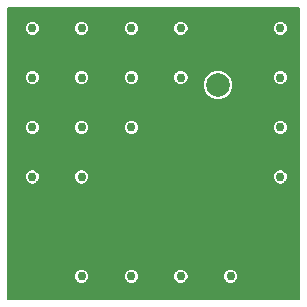
<source format=gbr>
G04 #@! TF.FileFunction,Copper,L2,Bot,Signal*
%FSLAX46Y46*%
G04 Gerber Fmt 4.6, Leading zero omitted, Abs format (unit mm)*
G04 Created by KiCad (PCBNEW 4.0.7) date 11/03/17 21:56:08*
%MOMM*%
%LPD*%
G01*
G04 APERTURE LIST*
%ADD10C,0.100000*%
%ADD11C,0.762000*%
%ADD12C,2.000000*%
%ADD13C,0.175000*%
G04 APERTURE END LIST*
D10*
D11*
X143800000Y-123108000D03*
X139600000Y-123108000D03*
X135400000Y-123108000D03*
X131200000Y-123108000D03*
X148000000Y-114708000D03*
X131200000Y-114708000D03*
X127000000Y-114708000D03*
X148000000Y-110508000D03*
X135400000Y-110508000D03*
X131200000Y-110508000D03*
X127000000Y-110508000D03*
X148000000Y-106308000D03*
X139600000Y-106308000D03*
X135400000Y-106308000D03*
X131200000Y-106308000D03*
X127000000Y-106308000D03*
X148000000Y-102108000D03*
X139600000Y-102108000D03*
X135400000Y-102108000D03*
X131200000Y-102108000D03*
D12*
X142748000Y-106934000D03*
X142748000Y-103124000D03*
D11*
X127000000Y-102108000D03*
D13*
G36*
X149610500Y-125010500D02*
X124989500Y-125010500D01*
X124989500Y-123235439D01*
X130556388Y-123235439D01*
X130654149Y-123472037D01*
X130835011Y-123653215D01*
X131071438Y-123751388D01*
X131327439Y-123751612D01*
X131564037Y-123653851D01*
X131745215Y-123472989D01*
X131843388Y-123236562D01*
X131843388Y-123235439D01*
X134756388Y-123235439D01*
X134854149Y-123472037D01*
X135035011Y-123653215D01*
X135271438Y-123751388D01*
X135527439Y-123751612D01*
X135764037Y-123653851D01*
X135945215Y-123472989D01*
X136043388Y-123236562D01*
X136043388Y-123235439D01*
X138956388Y-123235439D01*
X139054149Y-123472037D01*
X139235011Y-123653215D01*
X139471438Y-123751388D01*
X139727439Y-123751612D01*
X139964037Y-123653851D01*
X140145215Y-123472989D01*
X140243388Y-123236562D01*
X140243388Y-123235439D01*
X143156388Y-123235439D01*
X143254149Y-123472037D01*
X143435011Y-123653215D01*
X143671438Y-123751388D01*
X143927439Y-123751612D01*
X144164037Y-123653851D01*
X144345215Y-123472989D01*
X144443388Y-123236562D01*
X144443612Y-122980561D01*
X144345851Y-122743963D01*
X144164989Y-122562785D01*
X143928562Y-122464612D01*
X143672561Y-122464388D01*
X143435963Y-122562149D01*
X143254785Y-122743011D01*
X143156612Y-122979438D01*
X143156388Y-123235439D01*
X140243388Y-123235439D01*
X140243612Y-122980561D01*
X140145851Y-122743963D01*
X139964989Y-122562785D01*
X139728562Y-122464612D01*
X139472561Y-122464388D01*
X139235963Y-122562149D01*
X139054785Y-122743011D01*
X138956612Y-122979438D01*
X138956388Y-123235439D01*
X136043388Y-123235439D01*
X136043612Y-122980561D01*
X135945851Y-122743963D01*
X135764989Y-122562785D01*
X135528562Y-122464612D01*
X135272561Y-122464388D01*
X135035963Y-122562149D01*
X134854785Y-122743011D01*
X134756612Y-122979438D01*
X134756388Y-123235439D01*
X131843388Y-123235439D01*
X131843612Y-122980561D01*
X131745851Y-122743963D01*
X131564989Y-122562785D01*
X131328562Y-122464612D01*
X131072561Y-122464388D01*
X130835963Y-122562149D01*
X130654785Y-122743011D01*
X130556612Y-122979438D01*
X130556388Y-123235439D01*
X124989500Y-123235439D01*
X124989500Y-114835439D01*
X126356388Y-114835439D01*
X126454149Y-115072037D01*
X126635011Y-115253215D01*
X126871438Y-115351388D01*
X127127439Y-115351612D01*
X127364037Y-115253851D01*
X127545215Y-115072989D01*
X127643388Y-114836562D01*
X127643388Y-114835439D01*
X130556388Y-114835439D01*
X130654149Y-115072037D01*
X130835011Y-115253215D01*
X131071438Y-115351388D01*
X131327439Y-115351612D01*
X131564037Y-115253851D01*
X131745215Y-115072989D01*
X131843388Y-114836562D01*
X131843388Y-114835439D01*
X147356388Y-114835439D01*
X147454149Y-115072037D01*
X147635011Y-115253215D01*
X147871438Y-115351388D01*
X148127439Y-115351612D01*
X148364037Y-115253851D01*
X148545215Y-115072989D01*
X148643388Y-114836562D01*
X148643612Y-114580561D01*
X148545851Y-114343963D01*
X148364989Y-114162785D01*
X148128562Y-114064612D01*
X147872561Y-114064388D01*
X147635963Y-114162149D01*
X147454785Y-114343011D01*
X147356612Y-114579438D01*
X147356388Y-114835439D01*
X131843388Y-114835439D01*
X131843612Y-114580561D01*
X131745851Y-114343963D01*
X131564989Y-114162785D01*
X131328562Y-114064612D01*
X131072561Y-114064388D01*
X130835963Y-114162149D01*
X130654785Y-114343011D01*
X130556612Y-114579438D01*
X130556388Y-114835439D01*
X127643388Y-114835439D01*
X127643612Y-114580561D01*
X127545851Y-114343963D01*
X127364989Y-114162785D01*
X127128562Y-114064612D01*
X126872561Y-114064388D01*
X126635963Y-114162149D01*
X126454785Y-114343011D01*
X126356612Y-114579438D01*
X126356388Y-114835439D01*
X124989500Y-114835439D01*
X124989500Y-110635439D01*
X126356388Y-110635439D01*
X126454149Y-110872037D01*
X126635011Y-111053215D01*
X126871438Y-111151388D01*
X127127439Y-111151612D01*
X127364037Y-111053851D01*
X127545215Y-110872989D01*
X127643388Y-110636562D01*
X127643388Y-110635439D01*
X130556388Y-110635439D01*
X130654149Y-110872037D01*
X130835011Y-111053215D01*
X131071438Y-111151388D01*
X131327439Y-111151612D01*
X131564037Y-111053851D01*
X131745215Y-110872989D01*
X131843388Y-110636562D01*
X131843388Y-110635439D01*
X134756388Y-110635439D01*
X134854149Y-110872037D01*
X135035011Y-111053215D01*
X135271438Y-111151388D01*
X135527439Y-111151612D01*
X135764037Y-111053851D01*
X135945215Y-110872989D01*
X136043388Y-110636562D01*
X136043388Y-110635439D01*
X147356388Y-110635439D01*
X147454149Y-110872037D01*
X147635011Y-111053215D01*
X147871438Y-111151388D01*
X148127439Y-111151612D01*
X148364037Y-111053851D01*
X148545215Y-110872989D01*
X148643388Y-110636562D01*
X148643612Y-110380561D01*
X148545851Y-110143963D01*
X148364989Y-109962785D01*
X148128562Y-109864612D01*
X147872561Y-109864388D01*
X147635963Y-109962149D01*
X147454785Y-110143011D01*
X147356612Y-110379438D01*
X147356388Y-110635439D01*
X136043388Y-110635439D01*
X136043612Y-110380561D01*
X135945851Y-110143963D01*
X135764989Y-109962785D01*
X135528562Y-109864612D01*
X135272561Y-109864388D01*
X135035963Y-109962149D01*
X134854785Y-110143011D01*
X134756612Y-110379438D01*
X134756388Y-110635439D01*
X131843388Y-110635439D01*
X131843612Y-110380561D01*
X131745851Y-110143963D01*
X131564989Y-109962785D01*
X131328562Y-109864612D01*
X131072561Y-109864388D01*
X130835963Y-109962149D01*
X130654785Y-110143011D01*
X130556612Y-110379438D01*
X130556388Y-110635439D01*
X127643388Y-110635439D01*
X127643612Y-110380561D01*
X127545851Y-110143963D01*
X127364989Y-109962785D01*
X127128562Y-109864612D01*
X126872561Y-109864388D01*
X126635963Y-109962149D01*
X126454785Y-110143011D01*
X126356612Y-110379438D01*
X126356388Y-110635439D01*
X124989500Y-110635439D01*
X124989500Y-107184025D01*
X141485281Y-107184025D01*
X141677080Y-107648215D01*
X142031917Y-108003671D01*
X142495771Y-108196281D01*
X142998025Y-108196719D01*
X143462215Y-108004920D01*
X143817671Y-107650083D01*
X144010281Y-107186229D01*
X144010719Y-106683975D01*
X143908027Y-106435439D01*
X147356388Y-106435439D01*
X147454149Y-106672037D01*
X147635011Y-106853215D01*
X147871438Y-106951388D01*
X148127439Y-106951612D01*
X148364037Y-106853851D01*
X148545215Y-106672989D01*
X148643388Y-106436562D01*
X148643612Y-106180561D01*
X148545851Y-105943963D01*
X148364989Y-105762785D01*
X148128562Y-105664612D01*
X147872561Y-105664388D01*
X147635963Y-105762149D01*
X147454785Y-105943011D01*
X147356612Y-106179438D01*
X147356388Y-106435439D01*
X143908027Y-106435439D01*
X143818920Y-106219785D01*
X143464083Y-105864329D01*
X143000229Y-105671719D01*
X142497975Y-105671281D01*
X142033785Y-105863080D01*
X141678329Y-106217917D01*
X141485719Y-106681771D01*
X141485281Y-107184025D01*
X124989500Y-107184025D01*
X124989500Y-106435439D01*
X126356388Y-106435439D01*
X126454149Y-106672037D01*
X126635011Y-106853215D01*
X126871438Y-106951388D01*
X127127439Y-106951612D01*
X127364037Y-106853851D01*
X127545215Y-106672989D01*
X127643388Y-106436562D01*
X127643388Y-106435439D01*
X130556388Y-106435439D01*
X130654149Y-106672037D01*
X130835011Y-106853215D01*
X131071438Y-106951388D01*
X131327439Y-106951612D01*
X131564037Y-106853851D01*
X131745215Y-106672989D01*
X131843388Y-106436562D01*
X131843388Y-106435439D01*
X134756388Y-106435439D01*
X134854149Y-106672037D01*
X135035011Y-106853215D01*
X135271438Y-106951388D01*
X135527439Y-106951612D01*
X135764037Y-106853851D01*
X135945215Y-106672989D01*
X136043388Y-106436562D01*
X136043388Y-106435439D01*
X138956388Y-106435439D01*
X139054149Y-106672037D01*
X139235011Y-106853215D01*
X139471438Y-106951388D01*
X139727439Y-106951612D01*
X139964037Y-106853851D01*
X140145215Y-106672989D01*
X140243388Y-106436562D01*
X140243612Y-106180561D01*
X140145851Y-105943963D01*
X139964989Y-105762785D01*
X139728562Y-105664612D01*
X139472561Y-105664388D01*
X139235963Y-105762149D01*
X139054785Y-105943011D01*
X138956612Y-106179438D01*
X138956388Y-106435439D01*
X136043388Y-106435439D01*
X136043612Y-106180561D01*
X135945851Y-105943963D01*
X135764989Y-105762785D01*
X135528562Y-105664612D01*
X135272561Y-105664388D01*
X135035963Y-105762149D01*
X134854785Y-105943011D01*
X134756612Y-106179438D01*
X134756388Y-106435439D01*
X131843388Y-106435439D01*
X131843612Y-106180561D01*
X131745851Y-105943963D01*
X131564989Y-105762785D01*
X131328562Y-105664612D01*
X131072561Y-105664388D01*
X130835963Y-105762149D01*
X130654785Y-105943011D01*
X130556612Y-106179438D01*
X130556388Y-106435439D01*
X127643388Y-106435439D01*
X127643612Y-106180561D01*
X127545851Y-105943963D01*
X127364989Y-105762785D01*
X127128562Y-105664612D01*
X126872561Y-105664388D01*
X126635963Y-105762149D01*
X126454785Y-105943011D01*
X126356612Y-106179438D01*
X126356388Y-106435439D01*
X124989500Y-106435439D01*
X124989500Y-102235439D01*
X126356388Y-102235439D01*
X126454149Y-102472037D01*
X126635011Y-102653215D01*
X126871438Y-102751388D01*
X127127439Y-102751612D01*
X127364037Y-102653851D01*
X127545215Y-102472989D01*
X127643388Y-102236562D01*
X127643388Y-102235439D01*
X130556388Y-102235439D01*
X130654149Y-102472037D01*
X130835011Y-102653215D01*
X131071438Y-102751388D01*
X131327439Y-102751612D01*
X131564037Y-102653851D01*
X131745215Y-102472989D01*
X131843388Y-102236562D01*
X131843388Y-102235439D01*
X134756388Y-102235439D01*
X134854149Y-102472037D01*
X135035011Y-102653215D01*
X135271438Y-102751388D01*
X135527439Y-102751612D01*
X135764037Y-102653851D01*
X135945215Y-102472989D01*
X136043388Y-102236562D01*
X136043388Y-102235439D01*
X138956388Y-102235439D01*
X139054149Y-102472037D01*
X139235011Y-102653215D01*
X139471438Y-102751388D01*
X139727439Y-102751612D01*
X139964037Y-102653851D01*
X140145215Y-102472989D01*
X140243388Y-102236562D01*
X140243388Y-102235439D01*
X147356388Y-102235439D01*
X147454149Y-102472037D01*
X147635011Y-102653215D01*
X147871438Y-102751388D01*
X148127439Y-102751612D01*
X148364037Y-102653851D01*
X148545215Y-102472989D01*
X148643388Y-102236562D01*
X148643612Y-101980561D01*
X148545851Y-101743963D01*
X148364989Y-101562785D01*
X148128562Y-101464612D01*
X147872561Y-101464388D01*
X147635963Y-101562149D01*
X147454785Y-101743011D01*
X147356612Y-101979438D01*
X147356388Y-102235439D01*
X140243388Y-102235439D01*
X140243612Y-101980561D01*
X140145851Y-101743963D01*
X139964989Y-101562785D01*
X139728562Y-101464612D01*
X139472561Y-101464388D01*
X139235963Y-101562149D01*
X139054785Y-101743011D01*
X138956612Y-101979438D01*
X138956388Y-102235439D01*
X136043388Y-102235439D01*
X136043612Y-101980561D01*
X135945851Y-101743963D01*
X135764989Y-101562785D01*
X135528562Y-101464612D01*
X135272561Y-101464388D01*
X135035963Y-101562149D01*
X134854785Y-101743011D01*
X134756612Y-101979438D01*
X134756388Y-102235439D01*
X131843388Y-102235439D01*
X131843612Y-101980561D01*
X131745851Y-101743963D01*
X131564989Y-101562785D01*
X131328562Y-101464612D01*
X131072561Y-101464388D01*
X130835963Y-101562149D01*
X130654785Y-101743011D01*
X130556612Y-101979438D01*
X130556388Y-102235439D01*
X127643388Y-102235439D01*
X127643612Y-101980561D01*
X127545851Y-101743963D01*
X127364989Y-101562785D01*
X127128562Y-101464612D01*
X126872561Y-101464388D01*
X126635963Y-101562149D01*
X126454785Y-101743011D01*
X126356612Y-101979438D01*
X126356388Y-102235439D01*
X124989500Y-102235439D01*
X124989500Y-100389500D01*
X149610500Y-100389500D01*
X149610500Y-125010500D01*
X149610500Y-125010500D01*
G37*
X149610500Y-125010500D02*
X124989500Y-125010500D01*
X124989500Y-123235439D01*
X130556388Y-123235439D01*
X130654149Y-123472037D01*
X130835011Y-123653215D01*
X131071438Y-123751388D01*
X131327439Y-123751612D01*
X131564037Y-123653851D01*
X131745215Y-123472989D01*
X131843388Y-123236562D01*
X131843388Y-123235439D01*
X134756388Y-123235439D01*
X134854149Y-123472037D01*
X135035011Y-123653215D01*
X135271438Y-123751388D01*
X135527439Y-123751612D01*
X135764037Y-123653851D01*
X135945215Y-123472989D01*
X136043388Y-123236562D01*
X136043388Y-123235439D01*
X138956388Y-123235439D01*
X139054149Y-123472037D01*
X139235011Y-123653215D01*
X139471438Y-123751388D01*
X139727439Y-123751612D01*
X139964037Y-123653851D01*
X140145215Y-123472989D01*
X140243388Y-123236562D01*
X140243388Y-123235439D01*
X143156388Y-123235439D01*
X143254149Y-123472037D01*
X143435011Y-123653215D01*
X143671438Y-123751388D01*
X143927439Y-123751612D01*
X144164037Y-123653851D01*
X144345215Y-123472989D01*
X144443388Y-123236562D01*
X144443612Y-122980561D01*
X144345851Y-122743963D01*
X144164989Y-122562785D01*
X143928562Y-122464612D01*
X143672561Y-122464388D01*
X143435963Y-122562149D01*
X143254785Y-122743011D01*
X143156612Y-122979438D01*
X143156388Y-123235439D01*
X140243388Y-123235439D01*
X140243612Y-122980561D01*
X140145851Y-122743963D01*
X139964989Y-122562785D01*
X139728562Y-122464612D01*
X139472561Y-122464388D01*
X139235963Y-122562149D01*
X139054785Y-122743011D01*
X138956612Y-122979438D01*
X138956388Y-123235439D01*
X136043388Y-123235439D01*
X136043612Y-122980561D01*
X135945851Y-122743963D01*
X135764989Y-122562785D01*
X135528562Y-122464612D01*
X135272561Y-122464388D01*
X135035963Y-122562149D01*
X134854785Y-122743011D01*
X134756612Y-122979438D01*
X134756388Y-123235439D01*
X131843388Y-123235439D01*
X131843612Y-122980561D01*
X131745851Y-122743963D01*
X131564989Y-122562785D01*
X131328562Y-122464612D01*
X131072561Y-122464388D01*
X130835963Y-122562149D01*
X130654785Y-122743011D01*
X130556612Y-122979438D01*
X130556388Y-123235439D01*
X124989500Y-123235439D01*
X124989500Y-114835439D01*
X126356388Y-114835439D01*
X126454149Y-115072037D01*
X126635011Y-115253215D01*
X126871438Y-115351388D01*
X127127439Y-115351612D01*
X127364037Y-115253851D01*
X127545215Y-115072989D01*
X127643388Y-114836562D01*
X127643388Y-114835439D01*
X130556388Y-114835439D01*
X130654149Y-115072037D01*
X130835011Y-115253215D01*
X131071438Y-115351388D01*
X131327439Y-115351612D01*
X131564037Y-115253851D01*
X131745215Y-115072989D01*
X131843388Y-114836562D01*
X131843388Y-114835439D01*
X147356388Y-114835439D01*
X147454149Y-115072037D01*
X147635011Y-115253215D01*
X147871438Y-115351388D01*
X148127439Y-115351612D01*
X148364037Y-115253851D01*
X148545215Y-115072989D01*
X148643388Y-114836562D01*
X148643612Y-114580561D01*
X148545851Y-114343963D01*
X148364989Y-114162785D01*
X148128562Y-114064612D01*
X147872561Y-114064388D01*
X147635963Y-114162149D01*
X147454785Y-114343011D01*
X147356612Y-114579438D01*
X147356388Y-114835439D01*
X131843388Y-114835439D01*
X131843612Y-114580561D01*
X131745851Y-114343963D01*
X131564989Y-114162785D01*
X131328562Y-114064612D01*
X131072561Y-114064388D01*
X130835963Y-114162149D01*
X130654785Y-114343011D01*
X130556612Y-114579438D01*
X130556388Y-114835439D01*
X127643388Y-114835439D01*
X127643612Y-114580561D01*
X127545851Y-114343963D01*
X127364989Y-114162785D01*
X127128562Y-114064612D01*
X126872561Y-114064388D01*
X126635963Y-114162149D01*
X126454785Y-114343011D01*
X126356612Y-114579438D01*
X126356388Y-114835439D01*
X124989500Y-114835439D01*
X124989500Y-110635439D01*
X126356388Y-110635439D01*
X126454149Y-110872037D01*
X126635011Y-111053215D01*
X126871438Y-111151388D01*
X127127439Y-111151612D01*
X127364037Y-111053851D01*
X127545215Y-110872989D01*
X127643388Y-110636562D01*
X127643388Y-110635439D01*
X130556388Y-110635439D01*
X130654149Y-110872037D01*
X130835011Y-111053215D01*
X131071438Y-111151388D01*
X131327439Y-111151612D01*
X131564037Y-111053851D01*
X131745215Y-110872989D01*
X131843388Y-110636562D01*
X131843388Y-110635439D01*
X134756388Y-110635439D01*
X134854149Y-110872037D01*
X135035011Y-111053215D01*
X135271438Y-111151388D01*
X135527439Y-111151612D01*
X135764037Y-111053851D01*
X135945215Y-110872989D01*
X136043388Y-110636562D01*
X136043388Y-110635439D01*
X147356388Y-110635439D01*
X147454149Y-110872037D01*
X147635011Y-111053215D01*
X147871438Y-111151388D01*
X148127439Y-111151612D01*
X148364037Y-111053851D01*
X148545215Y-110872989D01*
X148643388Y-110636562D01*
X148643612Y-110380561D01*
X148545851Y-110143963D01*
X148364989Y-109962785D01*
X148128562Y-109864612D01*
X147872561Y-109864388D01*
X147635963Y-109962149D01*
X147454785Y-110143011D01*
X147356612Y-110379438D01*
X147356388Y-110635439D01*
X136043388Y-110635439D01*
X136043612Y-110380561D01*
X135945851Y-110143963D01*
X135764989Y-109962785D01*
X135528562Y-109864612D01*
X135272561Y-109864388D01*
X135035963Y-109962149D01*
X134854785Y-110143011D01*
X134756612Y-110379438D01*
X134756388Y-110635439D01*
X131843388Y-110635439D01*
X131843612Y-110380561D01*
X131745851Y-110143963D01*
X131564989Y-109962785D01*
X131328562Y-109864612D01*
X131072561Y-109864388D01*
X130835963Y-109962149D01*
X130654785Y-110143011D01*
X130556612Y-110379438D01*
X130556388Y-110635439D01*
X127643388Y-110635439D01*
X127643612Y-110380561D01*
X127545851Y-110143963D01*
X127364989Y-109962785D01*
X127128562Y-109864612D01*
X126872561Y-109864388D01*
X126635963Y-109962149D01*
X126454785Y-110143011D01*
X126356612Y-110379438D01*
X126356388Y-110635439D01*
X124989500Y-110635439D01*
X124989500Y-107184025D01*
X141485281Y-107184025D01*
X141677080Y-107648215D01*
X142031917Y-108003671D01*
X142495771Y-108196281D01*
X142998025Y-108196719D01*
X143462215Y-108004920D01*
X143817671Y-107650083D01*
X144010281Y-107186229D01*
X144010719Y-106683975D01*
X143908027Y-106435439D01*
X147356388Y-106435439D01*
X147454149Y-106672037D01*
X147635011Y-106853215D01*
X147871438Y-106951388D01*
X148127439Y-106951612D01*
X148364037Y-106853851D01*
X148545215Y-106672989D01*
X148643388Y-106436562D01*
X148643612Y-106180561D01*
X148545851Y-105943963D01*
X148364989Y-105762785D01*
X148128562Y-105664612D01*
X147872561Y-105664388D01*
X147635963Y-105762149D01*
X147454785Y-105943011D01*
X147356612Y-106179438D01*
X147356388Y-106435439D01*
X143908027Y-106435439D01*
X143818920Y-106219785D01*
X143464083Y-105864329D01*
X143000229Y-105671719D01*
X142497975Y-105671281D01*
X142033785Y-105863080D01*
X141678329Y-106217917D01*
X141485719Y-106681771D01*
X141485281Y-107184025D01*
X124989500Y-107184025D01*
X124989500Y-106435439D01*
X126356388Y-106435439D01*
X126454149Y-106672037D01*
X126635011Y-106853215D01*
X126871438Y-106951388D01*
X127127439Y-106951612D01*
X127364037Y-106853851D01*
X127545215Y-106672989D01*
X127643388Y-106436562D01*
X127643388Y-106435439D01*
X130556388Y-106435439D01*
X130654149Y-106672037D01*
X130835011Y-106853215D01*
X131071438Y-106951388D01*
X131327439Y-106951612D01*
X131564037Y-106853851D01*
X131745215Y-106672989D01*
X131843388Y-106436562D01*
X131843388Y-106435439D01*
X134756388Y-106435439D01*
X134854149Y-106672037D01*
X135035011Y-106853215D01*
X135271438Y-106951388D01*
X135527439Y-106951612D01*
X135764037Y-106853851D01*
X135945215Y-106672989D01*
X136043388Y-106436562D01*
X136043388Y-106435439D01*
X138956388Y-106435439D01*
X139054149Y-106672037D01*
X139235011Y-106853215D01*
X139471438Y-106951388D01*
X139727439Y-106951612D01*
X139964037Y-106853851D01*
X140145215Y-106672989D01*
X140243388Y-106436562D01*
X140243612Y-106180561D01*
X140145851Y-105943963D01*
X139964989Y-105762785D01*
X139728562Y-105664612D01*
X139472561Y-105664388D01*
X139235963Y-105762149D01*
X139054785Y-105943011D01*
X138956612Y-106179438D01*
X138956388Y-106435439D01*
X136043388Y-106435439D01*
X136043612Y-106180561D01*
X135945851Y-105943963D01*
X135764989Y-105762785D01*
X135528562Y-105664612D01*
X135272561Y-105664388D01*
X135035963Y-105762149D01*
X134854785Y-105943011D01*
X134756612Y-106179438D01*
X134756388Y-106435439D01*
X131843388Y-106435439D01*
X131843612Y-106180561D01*
X131745851Y-105943963D01*
X131564989Y-105762785D01*
X131328562Y-105664612D01*
X131072561Y-105664388D01*
X130835963Y-105762149D01*
X130654785Y-105943011D01*
X130556612Y-106179438D01*
X130556388Y-106435439D01*
X127643388Y-106435439D01*
X127643612Y-106180561D01*
X127545851Y-105943963D01*
X127364989Y-105762785D01*
X127128562Y-105664612D01*
X126872561Y-105664388D01*
X126635963Y-105762149D01*
X126454785Y-105943011D01*
X126356612Y-106179438D01*
X126356388Y-106435439D01*
X124989500Y-106435439D01*
X124989500Y-102235439D01*
X126356388Y-102235439D01*
X126454149Y-102472037D01*
X126635011Y-102653215D01*
X126871438Y-102751388D01*
X127127439Y-102751612D01*
X127364037Y-102653851D01*
X127545215Y-102472989D01*
X127643388Y-102236562D01*
X127643388Y-102235439D01*
X130556388Y-102235439D01*
X130654149Y-102472037D01*
X130835011Y-102653215D01*
X131071438Y-102751388D01*
X131327439Y-102751612D01*
X131564037Y-102653851D01*
X131745215Y-102472989D01*
X131843388Y-102236562D01*
X131843388Y-102235439D01*
X134756388Y-102235439D01*
X134854149Y-102472037D01*
X135035011Y-102653215D01*
X135271438Y-102751388D01*
X135527439Y-102751612D01*
X135764037Y-102653851D01*
X135945215Y-102472989D01*
X136043388Y-102236562D01*
X136043388Y-102235439D01*
X138956388Y-102235439D01*
X139054149Y-102472037D01*
X139235011Y-102653215D01*
X139471438Y-102751388D01*
X139727439Y-102751612D01*
X139964037Y-102653851D01*
X140145215Y-102472989D01*
X140243388Y-102236562D01*
X140243388Y-102235439D01*
X147356388Y-102235439D01*
X147454149Y-102472037D01*
X147635011Y-102653215D01*
X147871438Y-102751388D01*
X148127439Y-102751612D01*
X148364037Y-102653851D01*
X148545215Y-102472989D01*
X148643388Y-102236562D01*
X148643612Y-101980561D01*
X148545851Y-101743963D01*
X148364989Y-101562785D01*
X148128562Y-101464612D01*
X147872561Y-101464388D01*
X147635963Y-101562149D01*
X147454785Y-101743011D01*
X147356612Y-101979438D01*
X147356388Y-102235439D01*
X140243388Y-102235439D01*
X140243612Y-101980561D01*
X140145851Y-101743963D01*
X139964989Y-101562785D01*
X139728562Y-101464612D01*
X139472561Y-101464388D01*
X139235963Y-101562149D01*
X139054785Y-101743011D01*
X138956612Y-101979438D01*
X138956388Y-102235439D01*
X136043388Y-102235439D01*
X136043612Y-101980561D01*
X135945851Y-101743963D01*
X135764989Y-101562785D01*
X135528562Y-101464612D01*
X135272561Y-101464388D01*
X135035963Y-101562149D01*
X134854785Y-101743011D01*
X134756612Y-101979438D01*
X134756388Y-102235439D01*
X131843388Y-102235439D01*
X131843612Y-101980561D01*
X131745851Y-101743963D01*
X131564989Y-101562785D01*
X131328562Y-101464612D01*
X131072561Y-101464388D01*
X130835963Y-101562149D01*
X130654785Y-101743011D01*
X130556612Y-101979438D01*
X130556388Y-102235439D01*
X127643388Y-102235439D01*
X127643612Y-101980561D01*
X127545851Y-101743963D01*
X127364989Y-101562785D01*
X127128562Y-101464612D01*
X126872561Y-101464388D01*
X126635963Y-101562149D01*
X126454785Y-101743011D01*
X126356612Y-101979438D01*
X126356388Y-102235439D01*
X124989500Y-102235439D01*
X124989500Y-100389500D01*
X149610500Y-100389500D01*
X149610500Y-125010500D01*
M02*

</source>
